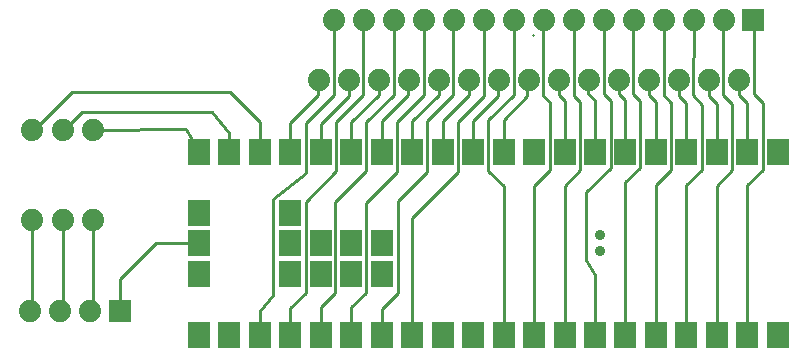
<source format=gtl>
G04 ---------------------------- Layer name :TOP LAYER*
G04 EasyEDA v5.3.14, Thu, 29 Mar 2018 20:23:58 GMT*
G04 Gerber Generator version 0.2*
G04 Scale: 100 percent, Rotated: No, Reflected: No *
G04 Dimensions in millimeters *
G04 leading zeros omitted , absolute positions ,3 integer and 3 decimal *
%FSLAX33Y33*%
%MOMM*%
G90*
G71D02*

%ADD10C,0.254000*%
%ADD11R,1.880108X1.880108*%
%ADD12C,1.880108*%
%ADD13C,1.879600*%
%ADD14R,1.935480X2.194560*%
%ADD15C,0.904240*%

%LPD*%
G54D10*
G01X9279Y6820D02*
G01X9279Y9533D01*
G01X12314Y12567D01*
G01X15916Y12567D01*
G01X41722Y20309D02*
G01X41722Y22973D01*
G01X43749Y25000D01*
G01X43749Y26325D01*
G01X43835Y26410D01*
G01X62367Y4826D02*
G01X62367Y17510D01*
G01X63647Y18790D01*
G01X63699Y24401D01*
G01X62899Y25200D01*
G01X62885Y31490D01*
G01X39141Y20309D02*
G01X39141Y22936D01*
G01X41270Y25064D01*
G01X41270Y26385D01*
G01X41295Y26410D01*
G01X46883Y20309D02*
G01X46883Y24632D01*
G01X46375Y25140D01*
G01X46375Y26410D01*
G01X49464Y20309D02*
G01X49464Y24643D01*
G01X48890Y25217D01*
G01X48890Y26385D01*
G01X48915Y26410D01*
G01X52045Y20309D02*
G01X52045Y24653D01*
G01X51481Y25217D01*
G01X51481Y26385D01*
G01X51455Y26410D01*
G01X54625Y20309D02*
G01X54625Y24511D01*
G01X53995Y25140D01*
G01X53995Y26410D01*
G01X57206Y20309D02*
G01X57206Y24444D01*
G01X56586Y25064D01*
G01X56586Y26360D01*
G01X56535Y26410D01*
G01X59787Y20309D02*
G01X59787Y24378D01*
G01X59101Y25064D01*
G01X59101Y26385D01*
G01X59075Y26410D01*
G01X62367Y20309D02*
G01X62367Y24389D01*
G01X61615Y25140D01*
G01X61615Y26410D01*
G01X36561Y20309D02*
G01X36561Y22946D01*
G01X38755Y25140D01*
G01X38755Y26410D01*
G01X33980Y20309D02*
G01X33980Y22880D01*
G01X36241Y25140D01*
G01X36241Y26385D01*
G01X36215Y26410D01*
G01X31399Y20309D02*
G01X31399Y22890D01*
G01X33650Y25140D01*
G01X33650Y26385D01*
G01X33675Y26410D01*
G01X28819Y20309D02*
G01X28819Y22824D01*
G01X31135Y25140D01*
G01X31135Y26410D01*
G01X26238Y20309D02*
G01X26238Y22682D01*
G01X28621Y25064D01*
G01X28621Y26385D01*
G01X28595Y26410D01*
G01X23658Y20309D02*
G01X23658Y22768D01*
G01X26030Y25140D01*
G01X26030Y26385D01*
G01X26055Y26410D01*
G01X59787Y4826D02*
G01X59787Y17444D01*
G01X61082Y18740D01*
G01X61082Y24378D01*
G01X60320Y25140D01*
G01X60320Y31465D01*
G01X60345Y31490D01*
G01X57206Y4826D02*
G01X57206Y17454D01*
G01X58491Y18740D01*
G01X58491Y24302D01*
G01X57789Y25120D01*
G01X57805Y31490D01*
G01X57805Y31490D01*
G01X54625Y4826D02*
G01X54625Y17465D01*
G01X55900Y18740D01*
G01X55900Y24455D01*
G01X55299Y25101D01*
G01X55265Y31490D01*
G01X55265Y31490D01*
G01X52045Y4826D02*
G01X52045Y17703D01*
G01X53310Y18968D01*
G01X53310Y24607D01*
G01X52700Y25217D01*
G01X52700Y31465D01*
G01X52725Y31490D01*
G01X49464Y4826D02*
G01X49499Y9900D01*
G01X48699Y11101D01*
G01X48699Y16900D01*
G01X50795Y18892D01*
G01X50795Y24607D01*
G01X50185Y25217D01*
G01X50185Y31490D01*
G01X46883Y4826D02*
G01X46883Y17419D01*
G01X48204Y18740D01*
G01X48204Y24531D01*
G01X47671Y25064D01*
G01X47671Y31465D01*
G01X47645Y31490D01*
G01X44303Y4826D02*
G01X44303Y17429D01*
G01X45613Y18740D01*
G01X45613Y24531D01*
G01X45080Y25064D01*
G01X45080Y31465D01*
G01X45105Y31490D01*
G01X41722Y4826D02*
G01X41722Y17373D01*
G01X40432Y18663D01*
G01X40432Y23007D01*
G01X42579Y25120D01*
G01X42565Y31490D01*
G01X42565Y31490D01*
G01X33980Y4826D02*
G01X33980Y14726D01*
G01X37841Y18587D01*
G01X37841Y22854D01*
G01X40051Y25064D01*
G01X40051Y31465D01*
G01X40025Y31490D01*
G01X31399Y4826D02*
G01X31399Y6964D01*
G01X32812Y8376D01*
G01X32812Y16149D01*
G01X35250Y18587D01*
G01X35250Y22931D01*
G01X37460Y25140D01*
G01X37460Y31465D01*
G01X37485Y31490D01*
G01X28819Y4826D02*
G01X28819Y7127D01*
G01X30069Y8376D01*
G01X30069Y15996D01*
G01X32659Y18587D01*
G01X32659Y22854D01*
G01X34945Y25140D01*
G01X34945Y31490D01*
G01X26238Y4826D02*
G01X26238Y7137D01*
G01X27478Y8376D01*
G01X27478Y16073D01*
G01X30069Y18663D01*
G01X30069Y22854D01*
G01X32438Y25120D01*
G01X32405Y31490D01*
G01X32405Y31490D01*
G01X32405Y31490D01*
G01X23658Y4826D02*
G01X23658Y7071D01*
G01X24963Y8376D01*
G01X24963Y16073D01*
G01X27554Y18663D01*
G01X27554Y22854D01*
G01X29840Y25140D01*
G01X29840Y31465D01*
G01X29865Y31490D01*
G01X44242Y30215D02*
G01X44242Y30215D01*
G01X21077Y4826D02*
G01X21100Y6801D01*
G01X22200Y8201D01*
G01X22199Y16300D01*
G01X24963Y18511D01*
G01X24963Y22778D01*
G01X27325Y25140D01*
G01X27325Y31490D01*
G01X21077Y20309D02*
G01X21077Y22854D01*
G01X18562Y25369D01*
G01X5151Y25369D01*
G01X1798Y22016D01*
G01X15916Y20309D02*
G01X14800Y22200D01*
G01X6980Y22169D01*
G01X18486Y20309D02*
G01X18486Y21854D01*
G01X17038Y23693D01*
G01X6066Y23693D01*
G01X4389Y22092D01*
G01X6980Y14549D02*
G01X6980Y7061D01*
G01X6739Y6820D01*
G01X4389Y14472D02*
G01X4389Y7010D01*
G01X4199Y6820D01*
G01X1798Y14396D02*
G01X1798Y6959D01*
G01X1659Y6820D01*
G54D11*
G01X62884Y31488D03*
G54D12*
G01X61615Y26410D03*
G01X60345Y31490D03*
G01X59075Y26410D03*
G01X57805Y31490D03*
G01X56535Y26410D03*
G01X55265Y31490D03*
G01X53995Y26410D03*
G01X52725Y31490D03*
G01X51455Y26410D03*
G01X50185Y31490D03*
G01X48915Y26410D03*
G01X47645Y31490D03*
G01X46375Y26410D03*
G01X45105Y31490D03*
G01X43835Y26410D03*
G01X42565Y31490D03*
G01X41295Y26410D03*
G01X40025Y31490D03*
G01X38755Y26410D03*
G01X37485Y31490D03*
G01X36215Y26410D03*
G01X34945Y31490D03*
G01X33675Y26410D03*
G01X32405Y31490D03*
G01X31135Y26410D03*
G01X29865Y31490D03*
G01X28595Y26410D03*
G01X27325Y31490D03*
G01X26055Y26410D03*
G54D13*
G01X1798Y14549D03*
G01X1798Y22169D03*
G01X4389Y14549D03*
G01X4389Y22169D03*
G01X6980Y14549D03*
G01X6980Y22169D03*
G54D14*
G01X64948Y4826D03*
G01X62367Y4826D03*
G01X59787Y4826D03*
G01X57206Y4826D03*
G01X54625Y4826D03*
G01X52045Y4826D03*
G01X49464Y4826D03*
G01X46883Y4826D03*
G01X44303Y4826D03*
G01X41722Y4826D03*
G01X39141Y4826D03*
G01X36561Y4826D03*
G01X33980Y4826D03*
G01X31399Y4826D03*
G01X28819Y4826D03*
G01X26238Y4826D03*
G01X23658Y4826D03*
G01X21077Y4826D03*
G01X18496Y4826D03*
G01X15916Y4826D03*
G01X15916Y9987D03*
G01X15916Y12567D03*
G01X15916Y15148D03*
G01X15916Y20309D03*
G01X18496Y20309D03*
G01X21077Y20309D03*
G01X23658Y20309D03*
G01X26238Y20309D03*
G01X28819Y20309D03*
G01X31399Y20309D03*
G01X33980Y20309D03*
G01X36561Y20309D03*
G01X39141Y20309D03*
G01X41722Y20309D03*
G01X44303Y20309D03*
G01X46883Y20309D03*
G01X49464Y20309D03*
G01X52045Y20309D03*
G01X54625Y20309D03*
G01X57206Y20309D03*
G01X59787Y20309D03*
G01X62367Y20309D03*
G01X64948Y20309D03*
G01X31399Y9987D03*
G01X28819Y9987D03*
G01X26238Y9987D03*
G01X23658Y9987D03*
G01X31399Y12567D03*
G01X28819Y12567D03*
G01X26238Y12567D03*
G01X23658Y12567D03*
G01X23658Y15148D03*
G54D15*
G01X49850Y13213D03*
G01X49850Y11922D03*
G54D11*
G01X9279Y6820D03*
G54D12*
G01X6739Y6819D03*
G01X4199Y6819D03*
G01X1659Y6819D03*
M00*
M02*

</source>
